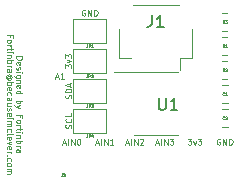
<source format=gbr>
%TF.GenerationSoftware,KiCad,Pcbnew,(6.0.5)*%
%TF.CreationDate,2022-07-17T01:21:54-05:00*%
%TF.ProjectId,ADS1219,41445331-3231-4392-9e6b-696361645f70,4*%
%TF.SameCoordinates,Original*%
%TF.FileFunction,Legend,Top*%
%TF.FilePolarity,Positive*%
%FSLAX46Y46*%
G04 Gerber Fmt 4.6, Leading zero omitted, Abs format (unit mm)*
G04 Created by KiCad (PCBNEW (6.0.5)) date 2022-07-17 01:21:54*
%MOMM*%
%LPD*%
G01*
G04 APERTURE LIST*
%ADD10C,0.125000*%
%ADD11C,0.062500*%
%ADD12C,0.150000*%
%ADD13C,0.120000*%
G04 APERTURE END LIST*
D10*
X162484857Y-80687333D02*
X162722952Y-80687333D01*
X162437238Y-80830190D02*
X162603904Y-80330190D01*
X162770571Y-80830190D01*
X163199142Y-80830190D02*
X162913428Y-80830190D01*
X163056285Y-80830190D02*
X163056285Y-80330190D01*
X163008666Y-80401619D01*
X162961047Y-80449238D01*
X162913428Y-80473047D01*
D11*
X159176309Y-78952380D02*
X159676309Y-78952380D01*
X159676309Y-79071428D01*
X159652500Y-79142857D01*
X159604880Y-79190476D01*
X159557261Y-79214285D01*
X159462023Y-79238095D01*
X159390595Y-79238095D01*
X159295357Y-79214285D01*
X159247738Y-79190476D01*
X159200119Y-79142857D01*
X159176309Y-79071428D01*
X159176309Y-78952380D01*
X159200119Y-79642857D02*
X159176309Y-79595238D01*
X159176309Y-79500000D01*
X159200119Y-79452380D01*
X159247738Y-79428571D01*
X159438214Y-79428571D01*
X159485833Y-79452380D01*
X159509642Y-79500000D01*
X159509642Y-79595238D01*
X159485833Y-79642857D01*
X159438214Y-79666666D01*
X159390595Y-79666666D01*
X159342976Y-79428571D01*
X159200119Y-79857142D02*
X159176309Y-79904761D01*
X159176309Y-80000000D01*
X159200119Y-80047619D01*
X159247738Y-80071428D01*
X159271547Y-80071428D01*
X159319166Y-80047619D01*
X159342976Y-80000000D01*
X159342976Y-79928571D01*
X159366785Y-79880952D01*
X159414404Y-79857142D01*
X159438214Y-79857142D01*
X159485833Y-79880952D01*
X159509642Y-79928571D01*
X159509642Y-80000000D01*
X159485833Y-80047619D01*
X159176309Y-80285714D02*
X159509642Y-80285714D01*
X159676309Y-80285714D02*
X159652500Y-80261904D01*
X159628690Y-80285714D01*
X159652500Y-80309523D01*
X159676309Y-80285714D01*
X159628690Y-80285714D01*
X159509642Y-80738095D02*
X159104880Y-80738095D01*
X159057261Y-80714285D01*
X159033452Y-80690476D01*
X159009642Y-80642857D01*
X159009642Y-80571428D01*
X159033452Y-80523809D01*
X159200119Y-80738095D02*
X159176309Y-80690476D01*
X159176309Y-80595238D01*
X159200119Y-80547619D01*
X159223928Y-80523809D01*
X159271547Y-80500000D01*
X159414404Y-80500000D01*
X159462023Y-80523809D01*
X159485833Y-80547619D01*
X159509642Y-80595238D01*
X159509642Y-80690476D01*
X159485833Y-80738095D01*
X159509642Y-80976190D02*
X159176309Y-80976190D01*
X159462023Y-80976190D02*
X159485833Y-81000000D01*
X159509642Y-81047619D01*
X159509642Y-81119047D01*
X159485833Y-81166666D01*
X159438214Y-81190476D01*
X159176309Y-81190476D01*
X159200119Y-81619047D02*
X159176309Y-81571428D01*
X159176309Y-81476190D01*
X159200119Y-81428571D01*
X159247738Y-81404761D01*
X159438214Y-81404761D01*
X159485833Y-81428571D01*
X159509642Y-81476190D01*
X159509642Y-81571428D01*
X159485833Y-81619047D01*
X159438214Y-81642857D01*
X159390595Y-81642857D01*
X159342976Y-81404761D01*
X159176309Y-82071428D02*
X159676309Y-82071428D01*
X159200119Y-82071428D02*
X159176309Y-82023809D01*
X159176309Y-81928571D01*
X159200119Y-81880952D01*
X159223928Y-81857142D01*
X159271547Y-81833333D01*
X159414404Y-81833333D01*
X159462023Y-81857142D01*
X159485833Y-81880952D01*
X159509642Y-81928571D01*
X159509642Y-82023809D01*
X159485833Y-82071428D01*
X159176309Y-82690476D02*
X159676309Y-82690476D01*
X159485833Y-82690476D02*
X159509642Y-82738095D01*
X159509642Y-82833333D01*
X159485833Y-82880952D01*
X159462023Y-82904761D01*
X159414404Y-82928571D01*
X159271547Y-82928571D01*
X159223928Y-82904761D01*
X159200119Y-82880952D01*
X159176309Y-82833333D01*
X159176309Y-82738095D01*
X159200119Y-82690476D01*
X159509642Y-83095238D02*
X159176309Y-83214285D01*
X159509642Y-83333333D02*
X159176309Y-83214285D01*
X159057261Y-83166666D01*
X159033452Y-83142857D01*
X159009642Y-83095238D01*
X159438214Y-84071428D02*
X159438214Y-83904761D01*
X159176309Y-83904761D02*
X159676309Y-83904761D01*
X159676309Y-84142857D01*
X159176309Y-84404761D02*
X159200119Y-84357142D01*
X159223928Y-84333333D01*
X159271547Y-84309523D01*
X159414404Y-84309523D01*
X159462023Y-84333333D01*
X159485833Y-84357142D01*
X159509642Y-84404761D01*
X159509642Y-84476190D01*
X159485833Y-84523809D01*
X159462023Y-84547619D01*
X159414404Y-84571428D01*
X159271547Y-84571428D01*
X159223928Y-84547619D01*
X159200119Y-84523809D01*
X159176309Y-84476190D01*
X159176309Y-84404761D01*
X159176309Y-84785714D02*
X159509642Y-84785714D01*
X159414404Y-84785714D02*
X159462023Y-84809523D01*
X159485833Y-84833333D01*
X159509642Y-84880952D01*
X159509642Y-84928571D01*
X159509642Y-85023809D02*
X159509642Y-85214285D01*
X159676309Y-85095238D02*
X159247738Y-85095238D01*
X159200119Y-85119047D01*
X159176309Y-85166666D01*
X159176309Y-85214285D01*
X159176309Y-85380952D02*
X159509642Y-85380952D01*
X159676309Y-85380952D02*
X159652500Y-85357142D01*
X159628690Y-85380952D01*
X159652500Y-85404761D01*
X159676309Y-85380952D01*
X159628690Y-85380952D01*
X159509642Y-85619047D02*
X159176309Y-85619047D01*
X159462023Y-85619047D02*
X159485833Y-85642857D01*
X159509642Y-85690476D01*
X159509642Y-85761904D01*
X159485833Y-85809523D01*
X159438214Y-85833333D01*
X159176309Y-85833333D01*
X159176309Y-86071428D02*
X159676309Y-86071428D01*
X159485833Y-86071428D02*
X159509642Y-86119047D01*
X159509642Y-86214285D01*
X159485833Y-86261904D01*
X159462023Y-86285714D01*
X159414404Y-86309523D01*
X159271547Y-86309523D01*
X159223928Y-86285714D01*
X159200119Y-86261904D01*
X159176309Y-86214285D01*
X159176309Y-86119047D01*
X159200119Y-86071428D01*
X159176309Y-86523809D02*
X159509642Y-86523809D01*
X159414404Y-86523809D02*
X159462023Y-86547619D01*
X159485833Y-86571428D01*
X159509642Y-86619047D01*
X159509642Y-86666666D01*
X159176309Y-87047619D02*
X159438214Y-87047619D01*
X159485833Y-87023809D01*
X159509642Y-86976190D01*
X159509642Y-86880952D01*
X159485833Y-86833333D01*
X159200119Y-87047619D02*
X159176309Y-87000000D01*
X159176309Y-86880952D01*
X159200119Y-86833333D01*
X159247738Y-86809523D01*
X159295357Y-86809523D01*
X159342976Y-86833333D01*
X159366785Y-86880952D01*
X159366785Y-87000000D01*
X159390595Y-87047619D01*
X158633214Y-77285714D02*
X158633214Y-77119047D01*
X158371309Y-77119047D02*
X158871309Y-77119047D01*
X158871309Y-77357142D01*
X158371309Y-77619047D02*
X158395119Y-77571428D01*
X158418928Y-77547619D01*
X158466547Y-77523809D01*
X158609404Y-77523809D01*
X158657023Y-77547619D01*
X158680833Y-77571428D01*
X158704642Y-77619047D01*
X158704642Y-77690476D01*
X158680833Y-77738095D01*
X158657023Y-77761904D01*
X158609404Y-77785714D01*
X158466547Y-77785714D01*
X158418928Y-77761904D01*
X158395119Y-77738095D01*
X158371309Y-77690476D01*
X158371309Y-77619047D01*
X158371309Y-78000000D02*
X158704642Y-78000000D01*
X158609404Y-78000000D02*
X158657023Y-78023809D01*
X158680833Y-78047619D01*
X158704642Y-78095238D01*
X158704642Y-78142857D01*
X158704642Y-78238095D02*
X158704642Y-78428571D01*
X158871309Y-78309523D02*
X158442738Y-78309523D01*
X158395119Y-78333333D01*
X158371309Y-78380952D01*
X158371309Y-78428571D01*
X158371309Y-78595238D02*
X158704642Y-78595238D01*
X158871309Y-78595238D02*
X158847500Y-78571428D01*
X158823690Y-78595238D01*
X158847500Y-78619047D01*
X158871309Y-78595238D01*
X158823690Y-78595238D01*
X158704642Y-78833333D02*
X158371309Y-78833333D01*
X158657023Y-78833333D02*
X158680833Y-78857142D01*
X158704642Y-78904761D01*
X158704642Y-78976190D01*
X158680833Y-79023809D01*
X158633214Y-79047619D01*
X158371309Y-79047619D01*
X158371309Y-79285714D02*
X158871309Y-79285714D01*
X158680833Y-79285714D02*
X158704642Y-79333333D01*
X158704642Y-79428571D01*
X158680833Y-79476190D01*
X158657023Y-79500000D01*
X158609404Y-79523809D01*
X158466547Y-79523809D01*
X158418928Y-79500000D01*
X158395119Y-79476190D01*
X158371309Y-79428571D01*
X158371309Y-79333333D01*
X158395119Y-79285714D01*
X158371309Y-79738095D02*
X158704642Y-79738095D01*
X158609404Y-79738095D02*
X158657023Y-79761904D01*
X158680833Y-79785714D01*
X158704642Y-79833333D01*
X158704642Y-79880952D01*
X158371309Y-80261904D02*
X158633214Y-80261904D01*
X158680833Y-80238095D01*
X158704642Y-80190476D01*
X158704642Y-80095238D01*
X158680833Y-80047619D01*
X158395119Y-80261904D02*
X158371309Y-80214285D01*
X158371309Y-80095238D01*
X158395119Y-80047619D01*
X158442738Y-80023809D01*
X158490357Y-80023809D01*
X158537976Y-80047619D01*
X158561785Y-80095238D01*
X158561785Y-80214285D01*
X158585595Y-80261904D01*
X158609404Y-80809523D02*
X158633214Y-80785714D01*
X158657023Y-80738095D01*
X158657023Y-80690476D01*
X158633214Y-80642857D01*
X158609404Y-80619047D01*
X158561785Y-80595238D01*
X158514166Y-80595238D01*
X158466547Y-80619047D01*
X158442738Y-80642857D01*
X158418928Y-80690476D01*
X158418928Y-80738095D01*
X158442738Y-80785714D01*
X158466547Y-80809523D01*
X158657023Y-80809523D02*
X158466547Y-80809523D01*
X158442738Y-80833333D01*
X158442738Y-80857142D01*
X158466547Y-80904761D01*
X158514166Y-80928571D01*
X158633214Y-80928571D01*
X158704642Y-80880952D01*
X158752261Y-80809523D01*
X158776071Y-80714285D01*
X158752261Y-80619047D01*
X158704642Y-80547619D01*
X158633214Y-80500000D01*
X158537976Y-80476190D01*
X158442738Y-80500000D01*
X158371309Y-80547619D01*
X158323690Y-80619047D01*
X158299880Y-80714285D01*
X158323690Y-80809523D01*
X158371309Y-80880952D01*
X158371309Y-81142857D02*
X158871309Y-81142857D01*
X158680833Y-81142857D02*
X158704642Y-81190476D01*
X158704642Y-81285714D01*
X158680833Y-81333333D01*
X158657023Y-81357142D01*
X158609404Y-81380952D01*
X158466547Y-81380952D01*
X158418928Y-81357142D01*
X158395119Y-81333333D01*
X158371309Y-81285714D01*
X158371309Y-81190476D01*
X158395119Y-81142857D01*
X158395119Y-81785714D02*
X158371309Y-81738095D01*
X158371309Y-81642857D01*
X158395119Y-81595238D01*
X158442738Y-81571428D01*
X158633214Y-81571428D01*
X158680833Y-81595238D01*
X158704642Y-81642857D01*
X158704642Y-81738095D01*
X158680833Y-81785714D01*
X158633214Y-81809523D01*
X158585595Y-81809523D01*
X158537976Y-81571428D01*
X158395119Y-82238095D02*
X158371309Y-82190476D01*
X158371309Y-82095238D01*
X158395119Y-82047619D01*
X158418928Y-82023809D01*
X158466547Y-82000000D01*
X158609404Y-82000000D01*
X158657023Y-82023809D01*
X158680833Y-82047619D01*
X158704642Y-82095238D01*
X158704642Y-82190476D01*
X158680833Y-82238095D01*
X158371309Y-82666666D02*
X158633214Y-82666666D01*
X158680833Y-82642857D01*
X158704642Y-82595238D01*
X158704642Y-82500000D01*
X158680833Y-82452380D01*
X158395119Y-82666666D02*
X158371309Y-82619047D01*
X158371309Y-82500000D01*
X158395119Y-82452380D01*
X158442738Y-82428571D01*
X158490357Y-82428571D01*
X158537976Y-82452380D01*
X158561785Y-82500000D01*
X158561785Y-82619047D01*
X158585595Y-82666666D01*
X158704642Y-83119047D02*
X158371309Y-83119047D01*
X158704642Y-82904761D02*
X158442738Y-82904761D01*
X158395119Y-82928571D01*
X158371309Y-82976190D01*
X158371309Y-83047619D01*
X158395119Y-83095238D01*
X158418928Y-83119047D01*
X158395119Y-83333333D02*
X158371309Y-83380952D01*
X158371309Y-83476190D01*
X158395119Y-83523809D01*
X158442738Y-83547619D01*
X158466547Y-83547619D01*
X158514166Y-83523809D01*
X158537976Y-83476190D01*
X158537976Y-83404761D01*
X158561785Y-83357142D01*
X158609404Y-83333333D01*
X158633214Y-83333333D01*
X158680833Y-83357142D01*
X158704642Y-83404761D01*
X158704642Y-83476190D01*
X158680833Y-83523809D01*
X158395119Y-83952380D02*
X158371309Y-83904761D01*
X158371309Y-83809523D01*
X158395119Y-83761904D01*
X158442738Y-83738095D01*
X158633214Y-83738095D01*
X158680833Y-83761904D01*
X158704642Y-83809523D01*
X158704642Y-83904761D01*
X158680833Y-83952380D01*
X158633214Y-83976190D01*
X158585595Y-83976190D01*
X158537976Y-83738095D01*
X158371309Y-84190476D02*
X158704642Y-84190476D01*
X158871309Y-84190476D02*
X158847500Y-84166666D01*
X158823690Y-84190476D01*
X158847500Y-84214285D01*
X158871309Y-84190476D01*
X158823690Y-84190476D01*
X158371309Y-84428571D02*
X158704642Y-84428571D01*
X158657023Y-84428571D02*
X158680833Y-84452380D01*
X158704642Y-84500000D01*
X158704642Y-84571428D01*
X158680833Y-84619047D01*
X158633214Y-84642857D01*
X158371309Y-84642857D01*
X158633214Y-84642857D02*
X158680833Y-84666666D01*
X158704642Y-84714285D01*
X158704642Y-84785714D01*
X158680833Y-84833333D01*
X158633214Y-84857142D01*
X158371309Y-84857142D01*
X158395119Y-85309523D02*
X158371309Y-85261904D01*
X158371309Y-85166666D01*
X158395119Y-85119047D01*
X158418928Y-85095238D01*
X158466547Y-85071428D01*
X158609404Y-85071428D01*
X158657023Y-85095238D01*
X158680833Y-85119047D01*
X158704642Y-85166666D01*
X158704642Y-85261904D01*
X158680833Y-85309523D01*
X158371309Y-85595238D02*
X158395119Y-85547619D01*
X158442738Y-85523809D01*
X158871309Y-85523809D01*
X158395119Y-85976190D02*
X158371309Y-85928571D01*
X158371309Y-85833333D01*
X158395119Y-85785714D01*
X158442738Y-85761904D01*
X158633214Y-85761904D01*
X158680833Y-85785714D01*
X158704642Y-85833333D01*
X158704642Y-85928571D01*
X158680833Y-85976190D01*
X158633214Y-86000000D01*
X158585595Y-86000000D01*
X158537976Y-85761904D01*
X158704642Y-86166666D02*
X158371309Y-86285714D01*
X158704642Y-86404761D01*
X158395119Y-86785714D02*
X158371309Y-86738095D01*
X158371309Y-86642857D01*
X158395119Y-86595238D01*
X158442738Y-86571428D01*
X158633214Y-86571428D01*
X158680833Y-86595238D01*
X158704642Y-86642857D01*
X158704642Y-86738095D01*
X158680833Y-86785714D01*
X158633214Y-86809523D01*
X158585595Y-86809523D01*
X158537976Y-86571428D01*
X158371309Y-87023809D02*
X158704642Y-87023809D01*
X158609404Y-87023809D02*
X158657023Y-87047619D01*
X158680833Y-87071428D01*
X158704642Y-87119047D01*
X158704642Y-87166666D01*
X158418928Y-87333333D02*
X158395119Y-87357142D01*
X158371309Y-87333333D01*
X158395119Y-87309523D01*
X158418928Y-87333333D01*
X158371309Y-87333333D01*
X158395119Y-87785714D02*
X158371309Y-87738095D01*
X158371309Y-87642857D01*
X158395119Y-87595238D01*
X158418928Y-87571428D01*
X158466547Y-87547619D01*
X158609404Y-87547619D01*
X158657023Y-87571428D01*
X158680833Y-87595238D01*
X158704642Y-87642857D01*
X158704642Y-87738095D01*
X158680833Y-87785714D01*
X158371309Y-88071428D02*
X158395119Y-88023809D01*
X158418928Y-88000000D01*
X158466547Y-87976190D01*
X158609404Y-87976190D01*
X158657023Y-88000000D01*
X158680833Y-88023809D01*
X158704642Y-88071428D01*
X158704642Y-88142857D01*
X158680833Y-88190476D01*
X158657023Y-88214285D01*
X158609404Y-88238095D01*
X158466547Y-88238095D01*
X158418928Y-88214285D01*
X158395119Y-88190476D01*
X158371309Y-88142857D01*
X158371309Y-88071428D01*
X158371309Y-88452380D02*
X158704642Y-88452380D01*
X158657023Y-88452380D02*
X158680833Y-88476190D01*
X158704642Y-88523809D01*
X158704642Y-88595238D01*
X158680833Y-88642857D01*
X158633214Y-88666666D01*
X158371309Y-88666666D01*
X158633214Y-88666666D02*
X158680833Y-88690476D01*
X158704642Y-88738095D01*
X158704642Y-88809523D01*
X158680833Y-88857142D01*
X158633214Y-88880952D01*
X158371309Y-88880952D01*
X165913904Y-86275333D02*
X166152000Y-86275333D01*
X165866285Y-86418190D02*
X166032952Y-85918190D01*
X166199619Y-86418190D01*
X166366285Y-86418190D02*
X166366285Y-85918190D01*
X166604380Y-86418190D02*
X166604380Y-85918190D01*
X166890095Y-86418190D01*
X166890095Y-85918190D01*
X167390095Y-86418190D02*
X167104380Y-86418190D01*
X167247238Y-86418190D02*
X167247238Y-85918190D01*
X167199619Y-85989619D01*
X167152000Y-86037238D01*
X167104380Y-86061047D01*
X163119904Y-86275333D02*
X163358000Y-86275333D01*
X163072285Y-86418190D02*
X163238952Y-85918190D01*
X163405619Y-86418190D01*
X163572285Y-86418190D02*
X163572285Y-85918190D01*
X163810380Y-86418190D02*
X163810380Y-85918190D01*
X164096095Y-86418190D01*
X164096095Y-85918190D01*
X164429428Y-85918190D02*
X164477047Y-85918190D01*
X164524666Y-85942000D01*
X164548476Y-85965809D01*
X164572285Y-86013428D01*
X164596095Y-86108666D01*
X164596095Y-86227714D01*
X164572285Y-86322952D01*
X164548476Y-86370571D01*
X164524666Y-86394380D01*
X164477047Y-86418190D01*
X164429428Y-86418190D01*
X164381809Y-86394380D01*
X164358000Y-86370571D01*
X164334190Y-86322952D01*
X164310380Y-86227714D01*
X164310380Y-86108666D01*
X164334190Y-86013428D01*
X164358000Y-85965809D01*
X164381809Y-85942000D01*
X164429428Y-85918190D01*
X168453904Y-86275333D02*
X168692000Y-86275333D01*
X168406285Y-86418190D02*
X168572952Y-85918190D01*
X168739619Y-86418190D01*
X168906285Y-86418190D02*
X168906285Y-85918190D01*
X169144380Y-86418190D02*
X169144380Y-85918190D01*
X169430095Y-86418190D01*
X169430095Y-85918190D01*
X169644380Y-85965809D02*
X169668190Y-85942000D01*
X169715809Y-85918190D01*
X169834857Y-85918190D01*
X169882476Y-85942000D01*
X169906285Y-85965809D01*
X169930095Y-86013428D01*
X169930095Y-86061047D01*
X169906285Y-86132476D01*
X169620571Y-86418190D01*
X169930095Y-86418190D01*
X176431047Y-85942000D02*
X176383428Y-85918190D01*
X176312000Y-85918190D01*
X176240571Y-85942000D01*
X176192952Y-85989619D01*
X176169142Y-86037238D01*
X176145333Y-86132476D01*
X176145333Y-86203904D01*
X176169142Y-86299142D01*
X176192952Y-86346761D01*
X176240571Y-86394380D01*
X176312000Y-86418190D01*
X176359619Y-86418190D01*
X176431047Y-86394380D01*
X176454857Y-86370571D01*
X176454857Y-86203904D01*
X176359619Y-86203904D01*
X176669142Y-86418190D02*
X176669142Y-85918190D01*
X176954857Y-86418190D01*
X176954857Y-85918190D01*
X177192952Y-86418190D02*
X177192952Y-85918190D01*
X177312000Y-85918190D01*
X177383428Y-85942000D01*
X177431047Y-85989619D01*
X177454857Y-86037238D01*
X177478666Y-86132476D01*
X177478666Y-86203904D01*
X177454857Y-86299142D01*
X177431047Y-86346761D01*
X177383428Y-86394380D01*
X177312000Y-86418190D01*
X177192952Y-86418190D01*
X173676761Y-85918190D02*
X173986285Y-85918190D01*
X173819619Y-86108666D01*
X173891047Y-86108666D01*
X173938666Y-86132476D01*
X173962476Y-86156285D01*
X173986285Y-86203904D01*
X173986285Y-86322952D01*
X173962476Y-86370571D01*
X173938666Y-86394380D01*
X173891047Y-86418190D01*
X173748190Y-86418190D01*
X173700571Y-86394380D01*
X173676761Y-86370571D01*
X174152952Y-86084857D02*
X174272000Y-86418190D01*
X174391047Y-86084857D01*
X174533904Y-85918190D02*
X174843428Y-85918190D01*
X174676761Y-86108666D01*
X174748190Y-86108666D01*
X174795809Y-86132476D01*
X174819619Y-86156285D01*
X174843428Y-86203904D01*
X174843428Y-86322952D01*
X174819619Y-86370571D01*
X174795809Y-86394380D01*
X174748190Y-86418190D01*
X174605333Y-86418190D01*
X174557714Y-86394380D01*
X174533904Y-86370571D01*
X170993904Y-86275333D02*
X171232000Y-86275333D01*
X170946285Y-86418190D02*
X171112952Y-85918190D01*
X171279619Y-86418190D01*
X171446285Y-86418190D02*
X171446285Y-85918190D01*
X171684380Y-86418190D02*
X171684380Y-85918190D01*
X171970095Y-86418190D01*
X171970095Y-85918190D01*
X172160571Y-85918190D02*
X172470095Y-85918190D01*
X172303428Y-86108666D01*
X172374857Y-86108666D01*
X172422476Y-86132476D01*
X172446285Y-86156285D01*
X172470095Y-86203904D01*
X172470095Y-86322952D01*
X172446285Y-86370571D01*
X172422476Y-86394380D01*
X172374857Y-86418190D01*
X172232000Y-86418190D01*
X172184380Y-86394380D01*
X172160571Y-86370571D01*
D12*
%TO.C,J1*%
X170636666Y-75452380D02*
X170636666Y-76166666D01*
X170589047Y-76309523D01*
X170493809Y-76404761D01*
X170350952Y-76452380D01*
X170255714Y-76452380D01*
X171636666Y-76452380D02*
X171065238Y-76452380D01*
X171350952Y-76452380D02*
X171350952Y-75452380D01*
X171255714Y-75595238D01*
X171160476Y-75690476D01*
X171065238Y-75738095D01*
%TO.C,U1*%
X171238095Y-82469380D02*
X171238095Y-83278904D01*
X171285714Y-83374142D01*
X171333333Y-83421761D01*
X171428571Y-83469380D01*
X171619047Y-83469380D01*
X171714285Y-83421761D01*
X171761904Y-83374142D01*
X171809523Y-83278904D01*
X171809523Y-82469380D01*
X172809523Y-83469380D02*
X172238095Y-83469380D01*
X172523809Y-83469380D02*
X172523809Y-82469380D01*
X172428571Y-82612238D01*
X172333333Y-82707476D01*
X172238095Y-82755095D01*
D11*
%TO.C,JP3*%
X165173666Y-83013095D02*
X165173666Y-83191666D01*
X165161761Y-83227380D01*
X165137952Y-83251190D01*
X165102238Y-83263095D01*
X165078428Y-83263095D01*
X165292714Y-83263095D02*
X165292714Y-83013095D01*
X165387952Y-83013095D01*
X165411761Y-83025000D01*
X165423666Y-83036904D01*
X165435571Y-83060714D01*
X165435571Y-83096428D01*
X165423666Y-83120238D01*
X165411761Y-83132142D01*
X165387952Y-83144047D01*
X165292714Y-83144047D01*
X165518904Y-83013095D02*
X165673666Y-83013095D01*
X165590333Y-83108333D01*
X165626047Y-83108333D01*
X165649857Y-83120238D01*
X165661761Y-83132142D01*
X165673666Y-83155952D01*
X165673666Y-83215476D01*
X165661761Y-83239285D01*
X165649857Y-83251190D01*
X165626047Y-83263095D01*
X165554619Y-83263095D01*
X165530809Y-83251190D01*
X165518904Y-83239285D01*
D10*
X163806380Y-82481142D02*
X163830190Y-82409714D01*
X163830190Y-82290666D01*
X163806380Y-82243047D01*
X163782571Y-82219238D01*
X163734952Y-82195428D01*
X163687333Y-82195428D01*
X163639714Y-82219238D01*
X163615904Y-82243047D01*
X163592095Y-82290666D01*
X163568285Y-82385904D01*
X163544476Y-82433523D01*
X163520666Y-82457333D01*
X163473047Y-82481142D01*
X163425428Y-82481142D01*
X163377809Y-82457333D01*
X163354000Y-82433523D01*
X163330190Y-82385904D01*
X163330190Y-82266857D01*
X163354000Y-82195428D01*
X163830190Y-81981142D02*
X163330190Y-81981142D01*
X163330190Y-81862095D01*
X163354000Y-81790666D01*
X163401619Y-81743047D01*
X163449238Y-81719238D01*
X163544476Y-81695428D01*
X163615904Y-81695428D01*
X163711142Y-81719238D01*
X163758761Y-81743047D01*
X163806380Y-81790666D01*
X163830190Y-81862095D01*
X163830190Y-81981142D01*
X163687333Y-81504952D02*
X163687333Y-81266857D01*
X163830190Y-81552571D02*
X163330190Y-81385904D01*
X163830190Y-81219238D01*
D11*
%TO.C,R3*%
X176770333Y-76145095D02*
X176687000Y-76026047D01*
X176627476Y-76145095D02*
X176627476Y-75895095D01*
X176722714Y-75895095D01*
X176746523Y-75907000D01*
X176758428Y-75918904D01*
X176770333Y-75942714D01*
X176770333Y-75978428D01*
X176758428Y-76002238D01*
X176746523Y-76014142D01*
X176722714Y-76026047D01*
X176627476Y-76026047D01*
X176853666Y-75895095D02*
X177008428Y-75895095D01*
X176925095Y-75990333D01*
X176960809Y-75990333D01*
X176984619Y-76002238D01*
X176996523Y-76014142D01*
X177008428Y-76037952D01*
X177008428Y-76097476D01*
X176996523Y-76121285D01*
X176984619Y-76133190D01*
X176960809Y-76145095D01*
X176889380Y-76145095D01*
X176865571Y-76133190D01*
X176853666Y-76121285D01*
%TO.C,JP1*%
X165173666Y-77927095D02*
X165173666Y-78105666D01*
X165161761Y-78141380D01*
X165137952Y-78165190D01*
X165102238Y-78177095D01*
X165078428Y-78177095D01*
X165292714Y-78177095D02*
X165292714Y-77927095D01*
X165387952Y-77927095D01*
X165411761Y-77939000D01*
X165423666Y-77950904D01*
X165435571Y-77974714D01*
X165435571Y-78010428D01*
X165423666Y-78034238D01*
X165411761Y-78046142D01*
X165387952Y-78058047D01*
X165292714Y-78058047D01*
X165673666Y-78177095D02*
X165530809Y-78177095D01*
X165602238Y-78177095D02*
X165602238Y-77927095D01*
X165578428Y-77962809D01*
X165554619Y-77986619D01*
X165530809Y-77998523D01*
D10*
X165001047Y-75020000D02*
X164953428Y-74996190D01*
X164882000Y-74996190D01*
X164810571Y-75020000D01*
X164762952Y-75067619D01*
X164739142Y-75115238D01*
X164715333Y-75210476D01*
X164715333Y-75281904D01*
X164739142Y-75377142D01*
X164762952Y-75424761D01*
X164810571Y-75472380D01*
X164882000Y-75496190D01*
X164929619Y-75496190D01*
X165001047Y-75472380D01*
X165024857Y-75448571D01*
X165024857Y-75281904D01*
X164929619Y-75281904D01*
X165239142Y-75496190D02*
X165239142Y-74996190D01*
X165524857Y-75496190D01*
X165524857Y-74996190D01*
X165762952Y-75496190D02*
X165762952Y-74996190D01*
X165882000Y-74996190D01*
X165953428Y-75020000D01*
X166001047Y-75067619D01*
X166024857Y-75115238D01*
X166048666Y-75210476D01*
X166048666Y-75281904D01*
X166024857Y-75377142D01*
X166001047Y-75424761D01*
X165953428Y-75472380D01*
X165882000Y-75496190D01*
X165762952Y-75496190D01*
D11*
%TO.C,C1*%
X176770333Y-82217285D02*
X176758428Y-82229190D01*
X176722714Y-82241095D01*
X176698904Y-82241095D01*
X176663190Y-82229190D01*
X176639380Y-82205380D01*
X176627476Y-82181571D01*
X176615571Y-82133952D01*
X176615571Y-82098238D01*
X176627476Y-82050619D01*
X176639380Y-82026809D01*
X176663190Y-82003000D01*
X176698904Y-81991095D01*
X176722714Y-81991095D01*
X176758428Y-82003000D01*
X176770333Y-82014904D01*
X177008428Y-82241095D02*
X176865571Y-82241095D01*
X176937000Y-82241095D02*
X176937000Y-81991095D01*
X176913190Y-82026809D01*
X176889380Y-82050619D01*
X176865571Y-82062523D01*
%TO.C,R2*%
X176770333Y-80209095D02*
X176687000Y-80090047D01*
X176627476Y-80209095D02*
X176627476Y-79959095D01*
X176722714Y-79959095D01*
X176746523Y-79971000D01*
X176758428Y-79982904D01*
X176770333Y-80006714D01*
X176770333Y-80042428D01*
X176758428Y-80066238D01*
X176746523Y-80078142D01*
X176722714Y-80090047D01*
X176627476Y-80090047D01*
X176865571Y-79982904D02*
X176877476Y-79971000D01*
X176901285Y-79959095D01*
X176960809Y-79959095D01*
X176984619Y-79971000D01*
X176996523Y-79982904D01*
X177008428Y-80006714D01*
X177008428Y-80030523D01*
X176996523Y-80066238D01*
X176853666Y-80209095D01*
X177008428Y-80209095D01*
%TO.C,R1*%
X176770333Y-78177095D02*
X176687000Y-78058047D01*
X176627476Y-78177095D02*
X176627476Y-77927095D01*
X176722714Y-77927095D01*
X176746523Y-77939000D01*
X176758428Y-77950904D01*
X176770333Y-77974714D01*
X176770333Y-78010428D01*
X176758428Y-78034238D01*
X176746523Y-78046142D01*
X176722714Y-78058047D01*
X176627476Y-78058047D01*
X177008428Y-78177095D02*
X176865571Y-78177095D01*
X176937000Y-78177095D02*
X176937000Y-77927095D01*
X176913190Y-77962809D01*
X176889380Y-77986619D01*
X176865571Y-77998523D01*
%TO.C,J2*%
X163012666Y-88849095D02*
X163012666Y-89027666D01*
X163000761Y-89063380D01*
X162976952Y-89087190D01*
X162941238Y-89099095D01*
X162917428Y-89099095D01*
X163119809Y-88872904D02*
X163131714Y-88861000D01*
X163155523Y-88849095D01*
X163215047Y-88849095D01*
X163238857Y-88861000D01*
X163250761Y-88872904D01*
X163262666Y-88896714D01*
X163262666Y-88920523D01*
X163250761Y-88956238D01*
X163107904Y-89099095D01*
X163262666Y-89099095D01*
%TO.C,JP4*%
X165173666Y-85547095D02*
X165173666Y-85725666D01*
X165161761Y-85761380D01*
X165137952Y-85785190D01*
X165102238Y-85797095D01*
X165078428Y-85797095D01*
X165292714Y-85797095D02*
X165292714Y-85547095D01*
X165387952Y-85547095D01*
X165411761Y-85559000D01*
X165423666Y-85570904D01*
X165435571Y-85594714D01*
X165435571Y-85630428D01*
X165423666Y-85654238D01*
X165411761Y-85666142D01*
X165387952Y-85678047D01*
X165292714Y-85678047D01*
X165649857Y-85630428D02*
X165649857Y-85797095D01*
X165590333Y-85535190D02*
X165530809Y-85713761D01*
X165685571Y-85713761D01*
D10*
X163806380Y-85009238D02*
X163830190Y-84937809D01*
X163830190Y-84818761D01*
X163806380Y-84771142D01*
X163782571Y-84747333D01*
X163734952Y-84723523D01*
X163687333Y-84723523D01*
X163639714Y-84747333D01*
X163615904Y-84771142D01*
X163592095Y-84818761D01*
X163568285Y-84914000D01*
X163544476Y-84961619D01*
X163520666Y-84985428D01*
X163473047Y-85009238D01*
X163425428Y-85009238D01*
X163377809Y-84985428D01*
X163354000Y-84961619D01*
X163330190Y-84914000D01*
X163330190Y-84794952D01*
X163354000Y-84723523D01*
X163782571Y-84223523D02*
X163806380Y-84247333D01*
X163830190Y-84318761D01*
X163830190Y-84366380D01*
X163806380Y-84437809D01*
X163758761Y-84485428D01*
X163711142Y-84509238D01*
X163615904Y-84533047D01*
X163544476Y-84533047D01*
X163449238Y-84509238D01*
X163401619Y-84485428D01*
X163354000Y-84437809D01*
X163330190Y-84366380D01*
X163330190Y-84318761D01*
X163354000Y-84247333D01*
X163377809Y-84223523D01*
X163830190Y-83771142D02*
X163830190Y-84009238D01*
X163330190Y-84009238D01*
D11*
%TO.C,JP2*%
X165141666Y-80473095D02*
X165141666Y-80651666D01*
X165129761Y-80687380D01*
X165105952Y-80711190D01*
X165070238Y-80723095D01*
X165046428Y-80723095D01*
X165260714Y-80723095D02*
X165260714Y-80473095D01*
X165355952Y-80473095D01*
X165379761Y-80485000D01*
X165391666Y-80496904D01*
X165403571Y-80520714D01*
X165403571Y-80556428D01*
X165391666Y-80580238D01*
X165379761Y-80592142D01*
X165355952Y-80604047D01*
X165260714Y-80604047D01*
X165498809Y-80496904D02*
X165510714Y-80485000D01*
X165534523Y-80473095D01*
X165594047Y-80473095D01*
X165617857Y-80485000D01*
X165629761Y-80496904D01*
X165641666Y-80520714D01*
X165641666Y-80544523D01*
X165629761Y-80580238D01*
X165486904Y-80723095D01*
X165641666Y-80723095D01*
D10*
X163330190Y-79929238D02*
X163330190Y-79619714D01*
X163520666Y-79786380D01*
X163520666Y-79714952D01*
X163544476Y-79667333D01*
X163568285Y-79643523D01*
X163615904Y-79619714D01*
X163734952Y-79619714D01*
X163782571Y-79643523D01*
X163806380Y-79667333D01*
X163830190Y-79714952D01*
X163830190Y-79857809D01*
X163806380Y-79905428D01*
X163782571Y-79929238D01*
X163496857Y-79453047D02*
X163830190Y-79334000D01*
X163496857Y-79214952D01*
X163330190Y-79072095D02*
X163330190Y-78762571D01*
X163520666Y-78929238D01*
X163520666Y-78857809D01*
X163544476Y-78810190D01*
X163568285Y-78786380D01*
X163615904Y-78762571D01*
X163734952Y-78762571D01*
X163782571Y-78786380D01*
X163806380Y-78810190D01*
X163830190Y-78857809D01*
X163830190Y-79000666D01*
X163806380Y-79048285D01*
X163782571Y-79072095D01*
D11*
%TO.C,C2*%
X176770333Y-84249285D02*
X176758428Y-84261190D01*
X176722714Y-84273095D01*
X176698904Y-84273095D01*
X176663190Y-84261190D01*
X176639380Y-84237380D01*
X176627476Y-84213571D01*
X176615571Y-84165952D01*
X176615571Y-84130238D01*
X176627476Y-84082619D01*
X176639380Y-84058809D01*
X176663190Y-84035000D01*
X176698904Y-84023095D01*
X176722714Y-84023095D01*
X176758428Y-84035000D01*
X176770333Y-84046904D01*
X176865571Y-84046904D02*
X176877476Y-84035000D01*
X176901285Y-84023095D01*
X176960809Y-84023095D01*
X176984619Y-84035000D01*
X176996523Y-84046904D01*
X177008428Y-84070714D01*
X177008428Y-84094523D01*
X176996523Y-84130238D01*
X176853666Y-84273095D01*
X177008428Y-84273095D01*
D13*
%TO.C,J1*%
X173030000Y-79087000D02*
X173030000Y-80077000D01*
X167860000Y-79087000D02*
X168910000Y-79087000D01*
X174080000Y-79087000D02*
X173030000Y-79087000D01*
X167860000Y-76587000D02*
X167860000Y-79087000D01*
X174080000Y-76587000D02*
X174080000Y-79087000D01*
X172910000Y-74617000D02*
X169030000Y-74617000D01*
%TO.C,U1*%
X169120016Y-85566997D02*
X172820014Y-85566997D01*
X167470014Y-80267000D02*
X172820014Y-80267000D01*
%TO.C,JP3*%
X163982000Y-80874000D02*
X166782000Y-80874000D01*
X166782000Y-80874000D02*
X166782000Y-82874000D01*
X166782000Y-82874000D02*
X163982000Y-82874000D01*
X163982000Y-82874000D02*
X163982000Y-80874000D01*
%TO.C,R3*%
X177039064Y-75297000D02*
X176584936Y-75297000D01*
X177039064Y-76767000D02*
X176584936Y-76767000D01*
%TO.C,JP1*%
X166782000Y-77794000D02*
X163982000Y-77794000D01*
X163982000Y-75794000D02*
X166782000Y-75794000D01*
X166782000Y-75794000D02*
X166782000Y-77794000D01*
X163982000Y-77794000D02*
X163982000Y-75794000D01*
%TO.C,C1*%
X177073252Y-82863000D02*
X176550748Y-82863000D01*
X177073252Y-81393000D02*
X176550748Y-81393000D01*
%TO.C,R2*%
X177039064Y-79361000D02*
X176584936Y-79361000D01*
X177039064Y-80831000D02*
X176584936Y-80831000D01*
%TO.C,R1*%
X177039064Y-77329000D02*
X176584936Y-77329000D01*
X177039064Y-78799000D02*
X176584936Y-78799000D01*
%TO.C,JP4*%
X163982000Y-83414000D02*
X166782000Y-83414000D01*
X163982000Y-85414000D02*
X163982000Y-83414000D01*
X166782000Y-83414000D02*
X166782000Y-85414000D01*
X166782000Y-85414000D02*
X163982000Y-85414000D01*
%TO.C,JP2*%
X163982000Y-78334000D02*
X166782000Y-78334000D01*
X166782000Y-78334000D02*
X166782000Y-80334000D01*
X166782000Y-80334000D02*
X163982000Y-80334000D01*
X163982000Y-80334000D02*
X163982000Y-78334000D01*
%TO.C,C2*%
X176550748Y-84895000D02*
X177073252Y-84895000D01*
X176550748Y-83425000D02*
X177073252Y-83425000D01*
%TD*%
M02*

</source>
